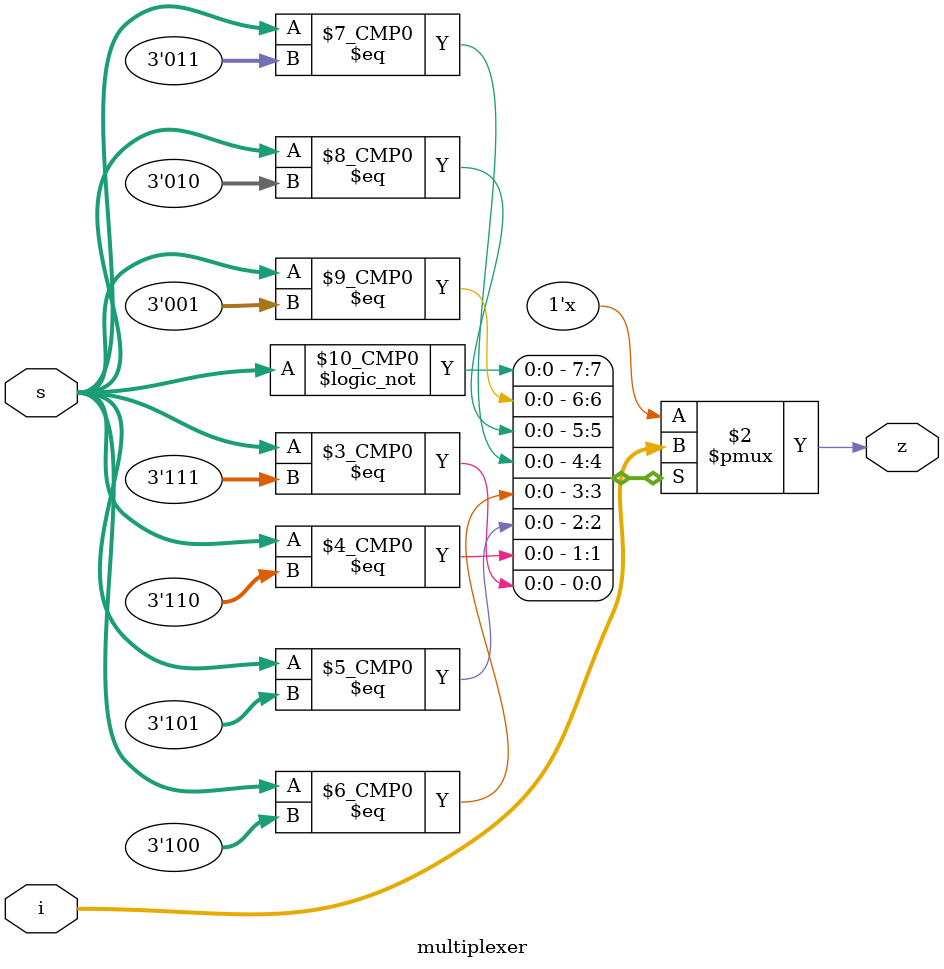
<source format=v>
`timescale 1ns / 1ps


module multiplexer(i,s,z);
    input [7:0] i;
    input [2:0] s;
    output z;
    reg z;
    
    always @(s)
        case(s)
            3'b000 : z <= i[7];
            3'b001 : z <= i[6];
            3'b010 : z <= i[5];
            3'b011 : z <= i[4];
            3'b100 : z <= i[3];
            3'b101 : z <= i[2];
            3'b110 : z <= i[1];
            3'b111 : z <= i[0];
            default : z <= 0;
        endcase
endmodule

</source>
